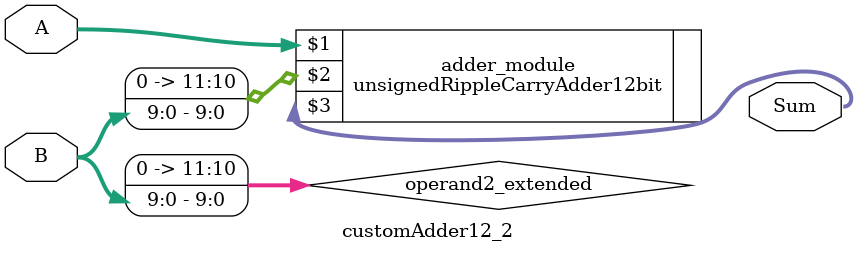
<source format=v>

module customAdder12_2(
                    input [11 : 0] A,
                    input [9 : 0] B,
                    
                    output [12 : 0] Sum
            );

    wire [11 : 0] operand2_extended;
    
    assign operand2_extended =  {2'b0, B};
    
    unsignedRippleCarryAdder12bit adder_module(
        A,
        operand2_extended,
        Sum
    );
    
endmodule
        
</source>
